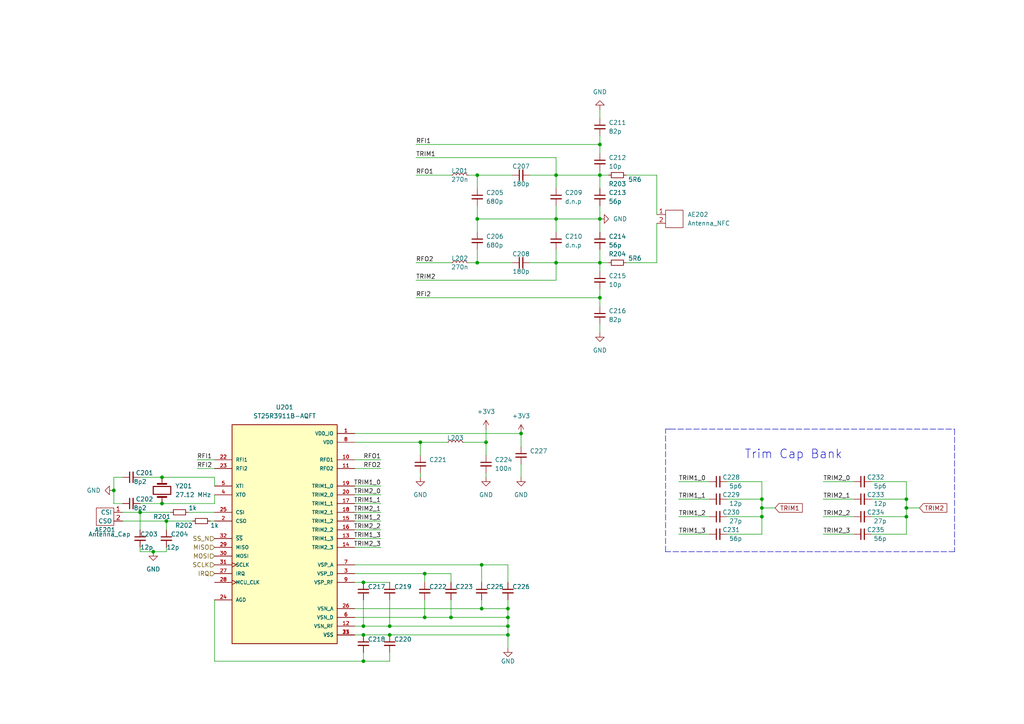
<source format=kicad_sch>
(kicad_sch (version 20211123) (generator eeschema)
  (paper "A4")
  (title_block (title "FabReader2") (date "2022-05-22") (rev "0.1") (company "RLKM UG (haftungsbeschränkt)") (comment 1 "Autoren: Joseph Langosch, Kai Kriegel"))
  (lib_symbols
    (symbol "Antenna_NFC:Antenna_Cap" (in_bom no)
      (property "Reference" "AE" (at 0 0 0))
      (property "Value" "Antenna_Cap" (at 0 2.54 0))
      (symbol "Antenna_Cap_0_1"
        (rectangle (start -1.27 -1.27) (end 3.81 -6.35))
      )
      (symbol "Antenna_Cap_1_1"
        (pin input line (at -3.81 -5.08 0) (length 2.54) (name "CSI") (number "1"))
        (pin input line (at -3.81 -2.54 0) (length 2.54) (name "CSO") (number "2"))
      )
    )
    (symbol "Antenna_NFC:Antenna_NFC" (in_bom no)
      (property "Reference" "AE" (at 0 0 0))
      (property "Value" "Antenna_NFC" (at 0 2.54 0))
      (symbol "Antenna_NFC_0_1"
        (rectangle (start 2.54 -7.62) (end -2.54 -2.54))
      )
      (symbol "Antenna_NFC_1_1"
        (pin input line (at -5.08 -3.81 0) (length 2.54) (name "") (number "1"))
        (pin input line (at -5.08 -6.35 0) (length 2.54) (name "") (number "2"))
      )
    )
    (symbol "Device:C_Small" (pin_numbers hide) (pin_names (offset 0.254) hide)
      (property "Reference" "C" (at 0.254 1.778 0))
      (property "Value" "C_Small" (at 0.254 -2.032 0))
      (symbol "C_Small_0_1"
        (polyline (pts (xy -1.524 -0.508) (xy 1.524 -0.508)) (stroke (width 0.3302)))
        (polyline (pts (xy -1.524 0.508) (xy 1.524 0.508)) (stroke (width 0.3048)))
      )
      (symbol "C_Small_1_1"
        (pin passive line (at 0 2.54 270) (length 2.032) (name "~") (number "1"))
        (pin passive line (at 0 -2.54 90) (length 2.032) (name "~") (number "2"))
      )
    )
    (symbol "Device:Crystal" (pin_numbers hide) (pin_names (offset 1.016) hide)
      (property "Reference" "Y" (at 0 3.81 0))
      (property "Value" "Crystal" (at 0 -3.81 0))
      (symbol "Crystal_0_1"
        (rectangle (start -1.143 2.54) (end 1.143 -2.54) (stroke (width 0.3048)))
        (polyline (pts (xy -2.54 0) (xy -1.905 0)))
        (polyline (pts (xy -1.905 -1.27) (xy -1.905 1.27)) (stroke (width 0.508)))
        (polyline (pts (xy 1.905 -1.27) (xy 1.905 1.27)) (stroke (width 0.508)))
        (polyline (pts (xy 2.54 0) (xy 1.905 0)))
      )
      (symbol "Crystal_1_1"
        (pin passive line (at -3.81 0 0) (length 1.27) (name "1") (number "1"))
        (pin passive line (at 3.81 0 180) (length 1.27) (name "2") (number "2"))
      )
    )
    (symbol "Device:L_Small" (pin_numbers hide) (pin_names (offset 0.254) hide)
      (property "Reference" "L" (at 0.762 1.016 0))
      (property "Value" "L_Small" (at 0.762 -1.016 0))
      (symbol "L_Small_0_1"
        (arc (start 0 -2.032) (mid 0.508 -1.524) (end 0 -1.016))
        (arc (start 0 -1.016) (mid 0.508 -0.508) (end 0 0))
        (arc (start 0 0) (mid 0.508 0.508) (end 0 1.016))
        (arc (start 0 1.016) (mid 0.508 1.524) (end 0 2.032))
      )
      (symbol "L_Small_1_1"
        (pin passive line (at 0 2.54 270) (length 0.508) (name "~") (number "1"))
        (pin passive line (at 0 -2.54 90) (length 0.508) (name "~") (number "2"))
      )
    )
    (symbol "Device:R_Small" (pin_numbers hide) (pin_names (offset 0.254) hide)
      (property "Reference" "R" (at 0.762 0.508 0))
      (property "Value" "R_Small" (at 0.762 -1.016 0))
      (symbol "R_Small_0_1"
        (rectangle (start -0.762 1.778) (end 0.762 -1.778) (stroke (width 0.2032)))
      )
      (symbol "R_Small_1_1"
        (pin passive line (at 0 2.54 270) (length 0.762) (name "~") (number "1"))
        (pin passive line (at 0 -2.54 90) (length 0.762) (name "~") (number "2"))
      )
    )
    (symbol "ST25R3911B-AQFT:ST25R3911B-AQFT" (pin_names (offset 1.016))
      (property "Reference" "U" (at -15.24 31.242 0))
      (property "Value" "ST25R3911B-AQFT" (at -15.24 -35.56 0))
      (symbol "ST25R3911B-AQFT_0_0"
        (rectangle (start -15.24 -33.02) (end 15.24 30.48) (stroke (width 0.254)) (fill (type background)))
        (pin power_in line (at 20.32 27.94 180) (length 5.08) (name "VDD_IO") (number "1"))
        (pin output line (at 20.32 20.32 180) (length 5.08) (name "RFO1") (number "10"))
        (pin output line (at 20.32 17.78 180) (length 5.08) (name "RFO2") (number "11"))
        (pin power_in line (at 20.32 -27.94 180) (length 5.08) (name "VSN_RF") (number "12"))
        (pin bidirectional line (at 20.32 -2.54 180) (length 5.08) (name "TRIM1_3") (number "13"))
        (pin bidirectional line (at 20.32 -5.08 180) (length 5.08) (name "TRIM2_3") (number "14"))
        (pin bidirectional line (at 20.32 2.54 180) (length 5.08) (name "TRIM1_2") (number "15"))
        (pin bidirectional line (at 20.32 0 180) (length 5.08) (name "TRIM2_2") (number "16"))
        (pin bidirectional line (at 20.32 7.62 180) (length 5.08) (name "TRIM1_1") (number "17"))
        (pin bidirectional line (at 20.32 5.08 180) (length 5.08) (name "TRIM2_1") (number "18"))
        (pin bidirectional line (at 20.32 12.7 180) (length 5.08) (name "TRIM1_0") (number "19"))
        (pin output line (at -20.32 2.54 0) (length 5.08) (name "CSO") (number "2"))
        (pin bidirectional line (at 20.32 10.16 180) (length 5.08) (name "TRIM2_0") (number "20"))
        (pin power_in line (at 20.32 -30.48 180) (length 5.08) (name "VSS") (number "21"))
        (pin input line (at -20.32 20.32 0) (length 5.08) (name "RFI1") (number "22"))
        (pin input line (at -20.32 17.78 0) (length 5.08) (name "RFI2") (number "23"))
        (pin bidirectional line (at -20.32 -20.32 0) (length 5.08) (name "AGD") (number "24"))
        (pin input line (at -20.32 5.08 0) (length 5.08) (name "CSI") (number "25"))
        (pin power_in line (at 20.32 -22.86 180) (length 5.08) (name "VSN_A") (number "26"))
        (pin output line (at -20.32 -12.7 0) (length 5.08) (name "IRQ") (number "27"))
        (pin output clock (at -20.32 -15.24 0) (length 5.08) (name "MCU_CLK") (number "28"))
        (pin output line (at -20.32 -5.08 0) (length 5.08) (name "MISO") (number "29"))
        (pin output line (at 20.32 -12.7 180) (length 5.08) (name "VSP_D") (number "3"))
        (pin input line (at -20.32 -7.62 0) (length 5.08) (name "MOSI") (number "30"))
        (pin input clock (at -20.32 -10.16 0) (length 5.08) (name "SCLK") (number "31"))
        (pin input line (at -20.32 -2.54 0) (length 5.08) (name "~{SS}") (number "32"))
        (pin power_in line (at 20.32 -30.48 180) (length 5.08) (name "VSS") (number "33"))
        (pin output line (at -20.32 10.16 0) (length 5.08) (name "XTO") (number "4"))
        (pin input line (at -20.32 12.7 0) (length 5.08) (name "XTI") (number "5"))
        (pin power_in line (at 20.32 -25.4 180) (length 5.08) (name "VSN_D") (number "6"))
        (pin output line (at 20.32 -10.16 180) (length 5.08) (name "VSP_A") (number "7"))
        (pin power_in line (at 20.32 25.4 180) (length 5.08) (name "VDD") (number "8"))
        (pin output line (at 20.32 -15.24 180) (length 5.08) (name "VSP_RF") (number "9"))
      )
    )
    (symbol "power:+3V3" (power) (pin_names (offset 0))
      (property "Value" "+3V3" (at 0 3.556 0))
      (symbol "+3V3_0_1"
        (polyline (pts (xy -0.762 1.27) (xy 0 2.54)))
        (polyline (pts (xy 0 0) (xy 0 2.54)))
        (polyline (pts (xy 0 2.54) (xy 0.762 1.27)))
      )
      (symbol "+3V3_1_1"
        (pin power_in line (at 0 0 90) (length 0) hide (name "+3V3") (number "1"))
      )
    )
    (symbol "power:GND" (power) (pin_names (offset 0))
      (property "Value" "GND" (at 0 -3.81 0))
      (symbol "GND_0_1"
        (polyline (pts (xy 0 0) (xy 0 -1.27) (xy 1.27 -1.27) (xy 0 -2.54) (xy -1.27 -1.27) (xy 0 -1.27)))
      )
      (symbol "GND_1_1"
        (pin power_in line (at 0 0 270) (length 0) hide (name "GND") (number "1"))
      )
    )
  )
  (junction (at 173.99 41.91))
  (junction (at 220.98 149.86))
  (junction (at 48.26 151.13))
  (junction (at 220.98 144.78))
  (junction (at 46.99 146.05))
  (junction (at 123.19 166.37))
  (junction (at 173.99 76.2))
  (junction (at 173.99 63.5))
  (junction (at 161.29 50.8))
  (junction (at 147.32 181.61))
  (junction (at 121.92 128.27))
  (junction (at 147.32 176.53))
  (junction (at 33.02 142.24))
  (junction (at 262.89 149.86))
  (junction (at 220.98 147.32))
  (junction (at 138.43 50.8))
  (junction (at 147.32 179.07))
  (junction (at 105.41 191.77))
  (junction (at 139.7 163.83))
  (junction (at 113.03 184.15))
  (junction (at 151.13 125.73))
  (junction (at 161.29 63.5))
  (junction (at 173.99 50.8))
  (junction (at 138.43 63.5))
  (junction (at 138.43 76.2))
  (junction (at 105.41 181.61))
  (junction (at 105.41 168.91))
  (junction (at 140.97 128.27))
  (junction (at 105.41 184.15))
  (junction (at 139.7 176.53))
  (junction (at 123.19 179.07))
  (junction (at 130.81 179.07))
  (junction (at 161.29 76.2))
  (junction (at 147.32 184.15))
  (junction (at 173.99 86.36))
  (junction (at 113.03 181.61))
  (junction (at 44.45 160.02))
  (junction (at 46.99 138.43))
  (junction (at 40.64 148.59))
  (junction (at 262.89 144.78))
  (junction (at 262.89 147.32))
  (wire (pts (xy 196.85 149.86) (xy 205.74 149.86)))
  (wire (pts (xy 54.61 148.59) (xy 62.23 148.59)))
  (wire (pts (xy 113.03 181.61) (xy 147.32 181.61)))
  (wire (pts (xy 262.89 144.78) (xy 262.89 139.7)))
  (wire (pts (xy 105.41 173.99) (xy 105.41 181.61)))
  (wire (pts (xy 210.82 149.86) (xy 220.98 149.86)))
  (wire (pts (xy 33.02 146.05) (xy 35.56 146.05)))
  (wire (pts (xy 110.49 146.05) (xy 102.87 146.05)))
  (wire (pts (xy 120.65 50.8) (xy 130.81 50.8)))
  (wire (pts (xy 161.29 76.2) (xy 173.99 76.2)))
  (wire (pts (xy 147.32 168.91) (xy 147.32 163.83)))
  (wire (pts (xy 238.76 149.86) (xy 247.65 149.86)))
  (wire (pts (xy 40.64 138.43) (xy 46.99 138.43)))
  (wire (pts (xy 110.49 156.21) (xy 102.87 156.21)))
  (wire (pts (xy 121.92 132.08) (xy 121.92 128.27)))
  (wire (pts (xy 130.81 179.07) (xy 147.32 179.07)))
  (wire (pts (xy 130.81 173.99) (xy 130.81 179.07)))
  (wire (pts (xy 173.99 39.37) (xy 173.99 41.91)))
  (wire (pts (xy 120.65 45.72) (xy 161.29 45.72)))
  (wire (pts (xy 138.43 76.2) (xy 148.59 76.2)))
  (wire (pts (xy 140.97 128.27) (xy 134.62 128.27)))
  (wire (pts (xy 220.98 147.32) (xy 224.79 147.32)))
  (wire (pts (xy 139.7 176.53) (xy 147.32 176.53)))
  (wire (pts (xy 35.56 148.59) (xy 40.64 148.59)))
  (wire (pts (xy 40.64 158.75) (xy 40.64 160.02)))
  (wire (pts (xy 102.87 168.91) (xy 105.41 168.91)))
  (wire (pts (xy 220.98 154.94) (xy 220.98 149.86)))
  (wire (pts (xy 147.32 173.99) (xy 147.32 176.53)))
  (wire (pts (xy 110.49 151.13) (xy 102.87 151.13)))
  (wire (pts (xy 151.13 134.62) (xy 151.13 138.43)))
  (wire (pts (xy 238.76 144.78) (xy 247.65 144.78)))
  (wire (pts (xy 138.43 63.5) (xy 161.29 63.5)))
  (wire (pts (xy 57.15 133.35) (xy 62.23 133.35)))
  (wire (pts (xy 252.73 154.94) (xy 262.89 154.94)))
  (wire (pts (xy 135.89 76.2) (xy 138.43 76.2)))
  (wire (pts (xy 33.02 138.43) (xy 35.56 138.43)))
  (wire (pts (xy 190.5 50.8) (xy 181.61 50.8)))
  (wire (pts (xy 153.67 50.8) (xy 161.29 50.8)))
  (wire (pts (xy 147.32 181.61) (xy 147.32 184.15)))
  (wire (pts (xy 140.97 132.08) (xy 140.97 128.27)))
  (wire (pts (xy 196.85 139.7) (xy 205.74 139.7)))
  (wire (pts (xy 151.13 129.54) (xy 151.13 125.73)))
  (wire (pts (xy 113.03 184.15) (xy 147.32 184.15)))
  (wire (pts (xy 138.43 50.8) (xy 138.43 54.61)))
  (wire (pts (xy 130.81 166.37) (xy 123.19 166.37)))
  (wire (pts (xy 161.29 50.8) (xy 161.29 54.61)))
  (wire (pts (xy 173.99 72.39) (xy 173.99 76.2)))
  (wire (pts (xy 190.5 64.77) (xy 190.5 76.2)))
  (wire (pts (xy 173.99 59.69) (xy 173.99 63.5)))
  (wire (pts (xy 123.19 179.07) (xy 130.81 179.07)))
  (wire (pts (xy 161.29 63.5) (xy 161.29 67.31)))
  (wire (pts (xy 113.03 191.77) (xy 105.41 191.77)))
  (wire (pts (xy 46.99 146.05) (xy 62.23 146.05)))
  (wire (pts (xy 262.89 154.94) (xy 262.89 149.86)))
  (wire (pts (xy 140.97 124.46) (xy 140.97 128.27)))
  (wire (pts (xy 48.26 151.13) (xy 55.88 151.13)))
  (wire (pts (xy 173.99 63.5) (xy 173.99 67.31)))
  (wire (pts (xy 102.87 179.07) (xy 123.19 179.07)))
  (wire (pts (xy 110.49 158.75) (xy 102.87 158.75)))
  (wire (pts (xy 130.81 168.91) (xy 130.81 166.37)))
  (wire (pts (xy 40.64 160.02) (xy 44.45 160.02)))
  (wire (pts (xy 173.99 50.8) (xy 173.99 49.53)))
  (wire (pts (xy 238.76 154.94) (xy 247.65 154.94)))
  (wire (pts (xy 140.97 137.16) (xy 140.97 138.43)))
  (wire (pts (xy 262.89 149.86) (xy 262.89 147.32)))
  (wire (pts (xy 102.87 176.53) (xy 139.7 176.53)))
  (wire (pts (xy 252.73 149.86) (xy 262.89 149.86)))
  (polyline (pts (xy 194.31 124.46) (xy 276.86 124.46)))
  (wire (pts (xy 173.99 50.8) (xy 173.99 54.61)))
  (polyline (pts (xy 276.86 160.02) (xy 193.04 160.02)))
  (polyline (pts (xy 276.86 124.46) (xy 276.86 160.02)))
  (wire (pts (xy 113.03 189.23) (xy 113.03 191.77)))
  (wire (pts (xy 262.89 139.7) (xy 252.73 139.7)))
  (wire (pts (xy 60.96 151.13) (xy 62.23 151.13)))
  (wire (pts (xy 176.53 76.2) (xy 173.99 76.2)))
  (wire (pts (xy 196.85 154.94) (xy 205.74 154.94)))
  (wire (pts (xy 173.99 86.36) (xy 173.99 88.9)))
  (wire (pts (xy 120.65 81.28) (xy 161.29 81.28)))
  (wire (pts (xy 102.87 184.15) (xy 105.41 184.15)))
  (wire (pts (xy 161.29 59.69) (xy 161.29 63.5)))
  (wire (pts (xy 105.41 181.61) (xy 113.03 181.61)))
  (wire (pts (xy 110.49 140.97) (xy 102.87 140.97)))
  (wire (pts (xy 161.29 76.2) (xy 161.29 81.28)))
  (wire (pts (xy 173.99 93.98) (xy 173.99 96.52)))
  (wire (pts (xy 238.76 139.7) (xy 247.65 139.7)))
  (wire (pts (xy 120.65 76.2) (xy 130.81 76.2)))
  (wire (pts (xy 62.23 191.77) (xy 62.23 173.99)))
  (wire (pts (xy 113.03 173.99) (xy 113.03 181.61)))
  (wire (pts (xy 40.64 148.59) (xy 40.64 153.67)))
  (wire (pts (xy 110.49 153.67) (xy 102.87 153.67)))
  (wire (pts (xy 220.98 149.86) (xy 220.98 147.32)))
  (wire (pts (xy 123.19 173.99) (xy 123.19 179.07)))
  (polyline (pts (xy 193.04 160.02) (xy 193.04 124.46)))
  (wire (pts (xy 62.23 146.05) (xy 62.23 143.51)))
  (wire (pts (xy 57.15 135.89) (xy 62.23 135.89)))
  (wire (pts (xy 102.87 133.35) (xy 110.49 133.35)))
  (wire (pts (xy 138.43 50.8) (xy 148.59 50.8)))
  (wire (pts (xy 262.89 147.32) (xy 262.89 144.78)))
  (wire (pts (xy 105.41 191.77) (xy 62.23 191.77)))
  (wire (pts (xy 33.02 142.24) (xy 33.02 146.05)))
  (wire (pts (xy 35.56 151.13) (xy 48.26 151.13)))
  (wire (pts (xy 102.87 181.61) (xy 105.41 181.61)))
  (wire (pts (xy 44.45 160.02) (xy 48.26 160.02)))
  (wire (pts (xy 210.82 144.78) (xy 220.98 144.78)))
  (wire (pts (xy 252.73 144.78) (xy 262.89 144.78)))
  (wire (pts (xy 173.99 41.91) (xy 173.99 44.45)))
  (wire (pts (xy 40.64 148.59) (xy 49.53 148.59)))
  (wire (pts (xy 153.67 76.2) (xy 161.29 76.2)))
  (wire (pts (xy 139.7 163.83) (xy 139.7 168.91)))
  (wire (pts (xy 161.29 72.39) (xy 161.29 76.2)))
  (wire (pts (xy 181.61 76.2) (xy 190.5 76.2)))
  (wire (pts (xy 135.89 50.8) (xy 138.43 50.8)))
  (wire (pts (xy 46.99 138.43) (xy 62.23 138.43)))
  (wire (pts (xy 105.41 189.23) (xy 105.41 191.77)))
  (wire (pts (xy 110.49 148.59) (xy 102.87 148.59)))
  (wire (pts (xy 105.41 184.15) (xy 113.03 184.15)))
  (wire (pts (xy 62.23 140.97) (xy 62.23 138.43)))
  (wire (pts (xy 33.02 138.43) (xy 33.02 142.24)))
  (wire (pts (xy 210.82 154.94) (xy 220.98 154.94)))
  (wire (pts (xy 196.85 144.78) (xy 205.74 144.78)))
  (wire (pts (xy 161.29 50.8) (xy 161.29 45.72)))
  (wire (pts (xy 147.32 163.83) (xy 139.7 163.83)))
  (wire (pts (xy 139.7 173.99) (xy 139.7 176.53)))
  (wire (pts (xy 120.65 41.91) (xy 173.99 41.91)))
  (wire (pts (xy 121.92 137.16) (xy 121.92 138.43)))
  (wire (pts (xy 161.29 50.8) (xy 173.99 50.8)))
  (wire (pts (xy 102.87 128.27) (xy 121.92 128.27)))
  (wire (pts (xy 102.87 166.37) (xy 123.19 166.37)))
  (wire (pts (xy 147.32 176.53) (xy 147.32 179.07)))
  (wire (pts (xy 173.99 31.75) (xy 173.99 34.29)))
  (wire (pts (xy 102.87 163.83) (xy 139.7 163.83)))
  (wire (pts (xy 220.98 139.7) (xy 210.82 139.7)))
  (wire (pts (xy 173.99 76.2) (xy 173.99 78.74)))
  (wire (pts (xy 110.49 143.51) (xy 102.87 143.51)))
  (wire (pts (xy 220.98 147.32) (xy 220.98 144.78)))
  (wire (pts (xy 102.87 135.89) (xy 110.49 135.89)))
  (wire (pts (xy 138.43 63.5) (xy 138.43 67.31)))
  (wire (pts (xy 121.92 128.27) (xy 129.54 128.27)))
  (wire (pts (xy 190.5 50.8) (xy 190.5 62.23)))
  (wire (pts (xy 138.43 72.39) (xy 138.43 76.2)))
  (wire (pts (xy 147.32 184.15) (xy 147.32 187.96)))
  (wire (pts (xy 176.53 50.8) (xy 173.99 50.8)))
  (wire (pts (xy 105.41 168.91) (xy 113.03 168.91)))
  (wire (pts (xy 120.65 86.36) (xy 173.99 86.36)))
  (wire (pts (xy 220.98 144.78) (xy 220.98 139.7)))
  (wire (pts (xy 123.19 168.91) (xy 123.19 166.37)))
  (wire (pts (xy 173.99 83.82) (xy 173.99 86.36)))
  (wire (pts (xy 48.26 160.02) (xy 48.26 158.75)))
  (wire (pts (xy 147.32 179.07) (xy 147.32 181.61)))
  (wire (pts (xy 40.64 146.05) (xy 46.99 146.05)))
  (polyline (pts (xy 193.04 124.46) (xy 194.31 124.46)))
  (wire (pts (xy 262.89 147.32) (xy 266.7 147.32)))
  (wire (pts (xy 138.43 59.69) (xy 138.43 63.5)))
  (wire (pts (xy 48.26 153.67) (xy 48.26 151.13)))
  (wire (pts (xy 102.87 125.73) (xy 151.13 125.73)))
  (wire (pts (xy 161.29 63.5) (xy 173.99 63.5)))
  (text "Trim Cap Bank\n" (at 215.9 133.35 0) (effects (font (size 2.54 2.54)) (justify left bottom)))
  (label "TRIM1_2" (at 110.49 151.13 180))
  (label "RFO1" (at 110.49 133.35 180))
  (label "TRIM1_3" (at 196.85 154.94 0))
  (label "TRIM2_0" (at 238.76 139.7 0))
  (label "TRIM1" (at 120.65 45.72 0))
  (label "RFI2" (at 120.65 86.36 0))
  (label "TRIM2_1" (at 110.49 148.59 180))
  (label "TRIM2_3" (at 110.49 158.75 180))
  (label "TRIM1_0" (at 110.49 140.97 180))
  (label "TRIM2_3" (at 238.76 154.94 0))
  (label "TRIM1_1" (at 110.49 146.05 180))
  (label "TRIM1_0" (at 196.85 139.7 0))
  (label "RFI1" (at 120.65 41.91 0))
  (label "RFI2" (at 57.15 135.89 0))
  (label "TRIM2_0" (at 110.49 143.51 180))
  (label "TRIM1_3" (at 110.49 156.21 180))
  (label "TRIM1_1" (at 196.85 144.78 0))
  (label "RFO1" (at 120.65 50.8 0))
  (label "TRIM2_1" (at 238.76 144.78 0))
  (label "TRIM1_2" (at 196.85 149.86 0))
  (label "TRIM2_2" (at 110.49 153.67 180))
  (label "RFO2" (at 110.49 135.89 180))
  (label "RFI1" (at 57.15 133.35 0))
  (label "TRIM2" (at 120.65 81.28 0))
  (label "RFO2" (at 120.65 76.2 0))
  (label "TRIM2_2" (at 238.76 149.86 0))
  (global_label "TRIM2" (shape input) (at 266.7 147.32 0) (property "Intersheet References" "${INTERSHEET_REFS}" (effects hide)))
  (global_label "TRIM1" (shape input) (at 224.79 147.32 0) (property "Intersheet References" "${INTERSHEET_REFS}" (effects hide)))
  (hierarchical_label "SCLK" (shape input) (at 62.23 163.83 180))
  (hierarchical_label "IRQ" (shape input) (at 62.23 166.37 180))
  (hierarchical_label "MOSI" (shape input) (at 62.23 161.29 180))
  (hierarchical_label "SS_N" (shape input) (at 62.23 156.21 180))
  (hierarchical_label "MISO" (shape input) (at 62.23 158.75 180))
  (symbol (lib_id "Device:C_Small") (at 173.99 46.99 0) (unit 1)
    (property "Reference" "C212" (at 176.53 45.7262 0) (effects (justify left)))
    (property "Value" "10p" (at 176.53 48.2662 0) (effects (justify left)))
    (property "Footprint" "Capacitor_SMD:C_0603_1608Metric" (effects hide))
  )
  (symbol (lib_id "Device:C_Small") (at 38.1 138.43 90) (unit 1)
    (property "Reference" "C201" (at 41.91 137.16 90))
    (property "Value" "8p2" (at 40.64 139.7 90))
    (property "Footprint" "Capacitor_SMD:C_0402_1005Metric" (effects hide))
  )
  (symbol (lib_id "power:GND") (at 173.99 63.5 90) (unit 1)
    (property "Reference" "#PWR0204" (effects hide))
    (property "Value" "GND" (at 177.8 63.4999 90) (effects (justify right)))
  )
  (symbol (lib_id "Device:C_Small") (at 139.7 171.45 0) (unit 1)
    (property "Reference" "C225" (at 140.97 170.18 0) (effects (justify left)))
    (property "Type" "X7R" (effects hide))
  )
  (symbol (lib_id "Device:C_Small") (at 123.19 171.45 0) (unit 1)
    (property "Reference" "C222" (at 124.46 170.18 0) (effects (justify left)))
    (property "Type" "X7R" (effects hide))
  )
  (symbol (lib_id "power:GND") (at 44.45 160.02 0) (unit 1)
    (property "Reference" "#PWR0202" (effects hide))
    (property "Value" "GND" (at 44.45 165.1 0))
  )
  (symbol (lib_id "Device:C_Small") (at 151.13 50.8 90) (unit 1)
    (property "Reference" "C207" (at 151.13 48.26 90))
    (property "Value" "180p" (at 151.13 53.34 90))
    (property "Footprint" "Capacitor_SMD:C_0603_1608Metric" (effects hide))
  )
  (symbol (lib_id "Device:C_Small") (at 147.32 171.45 0) (unit 1)
    (property "Reference" "C226" (at 148.59 170.18 0) (effects (justify left)))
    (property "Type" "X5R" (effects hide))
  )
  (symbol (lib_id "Device:C_Small") (at 138.43 57.15 0) (unit 1)
    (property "Reference" "C205" (at 140.97 55.8862 0) (effects (justify left)))
    (property "Value" "680p" (at 140.97 58.4262 0) (effects (justify left)))
    (property "Footprint" "Capacitor_SMD:C_0603_1608Metric" (effects hide))
  )
  (symbol (lib_id "Device:C_Small") (at 121.92 134.62 0) (unit 1)
    (property "Reference" "C221" (at 124.46 133.3562 0) (effects (justify left)))
    (property "Type" "X5R" (effects hide))
  )
  (symbol (lib_id "Device:C_Small") (at 151.13 76.2 90) (unit 1)
    (property "Reference" "C208" (at 151.13 73.66 90))
    (property "Value" "180p" (at 151.13 78.74 90))
    (property "Footprint" "Capacitor_SMD:C_0603_1608Metric" (effects hide))
  )
  (symbol (lib_id "power:GND") (at 151.13 138.43 0) (unit 1)
    (property "Reference" "#PWR0210" (effects hide))
  )
  (symbol (lib_id "Device:C_Small") (at 113.03 186.69 0) (unit 1)
    (property "Reference" "C220" (at 114.3 185.42 0) (effects (justify left)))
    (property "Type" "X5R" (effects hide))
  )
  (symbol (lib_id "Device:C_Small") (at 105.41 186.69 0) (unit 1)
    (property "Reference" "C218" (at 106.68 185.42 0) (effects (justify left)))
    (property "Type" "X7R" (effects hide))
  )
  (symbol (lib_id "Device:R_Small") (at 179.07 50.8 90) (unit 1)
    (property "Reference" "R203" (at 179.07 53.34 90))
    (property "Value" "5R6" (at 184.15 52.07 90))
    (property "Footprint" "Resistor_SMD:R_0603_1608Metric" (effects hide))
  )
  (symbol (lib_id "Device:C_Small") (at 208.28 144.78 90) (unit 1)
    (property "Reference" "C229" (at 212.09 143.51 90))
    (property "Value" "12p" (at 213.36 146.05 90))
    (property "Footprint" "Capacitor_SMD:C_0402_1005Metric" (effects hide))
  )
  (symbol (lib_id "Device:C_Small") (at 138.43 69.85 0) (unit 1)
    (property "Reference" "C206" (at 140.97 68.5862 0) (effects (justify left)))
    (property "Value" "680p" (at 140.97 71.1262 0) (effects (justify left)))
    (property "Footprint" "Capacitor_SMD:C_0603_1608Metric" (effects hide))
  )
  (symbol (lib_id "power:GND") (at 33.02 142.24 270) (unit 1)
    (property "Reference" "#PWR0201" (effects hide))
    (property "Value" "GND" (at 29.21 142.2399 90) (effects (justify right)))
  )
  (symbol (lib_id "Device:C_Small") (at 140.97 134.62 0) (unit 1)
    (property "Reference" "C224" (at 143.51 133.3562 0) (effects (justify left)))
    (property "Value" "100n" (at 143.51 135.8962 0) (effects (justify left)))
    (property "Type" "X7R" (effects hide))
  )
  (symbol (lib_id "power:GND") (at 173.99 96.52 0) (unit 1)
    (property "Reference" "#PWR0205" (effects hide))
    (property "Value" "GND" (at 173.99 101.6 0))
  )
  (symbol (lib_id "Device:C_Small") (at 151.13 132.08 0) (unit 1)
    (property "Reference" "C227" (at 153.67 130.8162 0) (effects (justify left)))
    (property "Type" "X7R" (effects hide))
  )
  (symbol (lib_id "Device:C_Small") (at 208.28 154.94 90) (unit 1)
    (property "Reference" "C231" (at 212.09 153.67 90))
    (property "Value" "56p" (at 213.36 156.21 90))
    (property "Footprint" "Capacitor_SMD:C_0402_1005Metric" (effects hide))
  )
  (symbol (lib_id "Device:C_Small") (at 113.03 171.45 0) (unit 1)
    (property "Reference" "C219" (at 114.3 170.18 0) (effects (justify left)))
    (property "Type" "X5R" (effects hide))
  )
  (symbol (lib_id "Device:C_Small") (at 38.1 146.05 90) (unit 1)
    (property "Reference" "C202" (at 41.91 144.78 90))
    (property "Value" "8p2" (at 40.64 147.32 90))
    (property "Footprint" "Capacitor_SMD:C_0402_1005Metric" (effects hide))
  )
  (symbol (lib_id "Device:L_Small") (at 133.35 76.2 90) (unit 1)
    (property "Reference" "L202" (at 133.35 74.93 90))
    (property "Value" "270n" (at 133.35 77.47 90))
    (property "Footprint" "Inductor_SMD:L_0603_1608Metric" (effects hide))
  )
  (symbol (lib_id "power:+3V3") (at 140.97 124.46 0) (unit 1)
    (property "Reference" "#PWR?" (effects hide))
  )
  (symbol (lib_id "Device:L_Small") (at 133.35 50.8 90) (unit 1)
    (property "Reference" "L201" (at 133.35 49.53 90))
    (property "Value" "270n" (at 133.35 52.07 90))
    (property "Footprint" "Inductor_SMD:L_0603_1608Metric" (effects hide))
  )
  (symbol (lib_id "Device:C_Small") (at 173.99 91.44 0) (unit 1)
    (property "Reference" "C216" (at 176.53 90.1762 0) (effects (justify left)))
    (property "Value" "82p" (at 176.53 92.7162 0) (effects (justify left)))
    (property "Footprint" "Capacitor_SMD:C_0603_1608Metric" (effects hide))
  )
  (symbol (lib_id "Device:C_Small") (at 130.81 171.45 0) (unit 1)
    (property "Reference" "C223" (at 132.08 170.18 0) (effects (justify left)))
    (property "Type" "X5R" (effects hide))
  )
  (symbol (lib_id "Device:C_Small") (at 250.19 144.78 90) (unit 1)
    (property "Reference" "C233" (at 254 143.51 90))
    (property "Value" "12p" (at 255.27 146.05 90))
    (property "Footprint" "Capacitor_SMD:C_0402_1005Metric" (effects hide))
  )
  (symbol (lib_id "Antenna_NFC:Antenna_NFC") (at 195.58 58.42 0) (unit 1) (in_bom no)
    (property "Reference" "AE202" (at 199.39 62.2299 0) (effects (justify left)))
    (property "Value" "Antenna_NFC" (at 199.39 64.7699 0) (effects (justify left)))
    (property "Footprint" "Antenna:Antenna_NFC" (effects hide))
  )
  (symbol (lib_id "Device:C_Small") (at 250.19 149.86 90) (unit 1)
    (property "Reference" "C234" (at 254 148.59 90))
    (property "Value" "27p" (at 255.27 151.13 90))
    (property "Footprint" "Capacitor_SMD:C_0402_1005Metric" (effects hide))
  )
  (symbol (lib_id "Device:L_Small") (at 132.08 128.27 90) (unit 1)
    (property "Reference" "L203" (at 132.08 127 90))
  )
  (symbol (lib_id "power:GND") (at 121.92 138.43 0) (unit 1)
    (property "Reference" "#PWR0206" (effects hide))
    (property "Value" "GND" (at 121.92 143.51 0))
  )
  (symbol (lib_id "Device:C_Small") (at 173.99 57.15 0) (unit 1)
    (property "Reference" "C213" (at 176.53 55.8862 0) (effects (justify left)))
    (property "Value" "56p" (at 176.53 58.4262 0) (effects (justify left)))
    (property "Footprint" "Capacitor_SMD:C_0603_1608Metric" (effects hide))
  )
  (symbol (lib_id "power:GND") (at 147.32 187.96 0) (unit 1)
    (property "Reference" "#PWR0208" (effects hide))
    (property "Value" "GND" (at 147.32 191.77 0))
  )
  (symbol (lib_id "Device:C_Small") (at 161.29 57.15 0) (unit 1)
    (property "Reference" "C209" (at 163.83 55.8862 0) (effects (justify left)))
    (property "Value" "d.n.p" (at 163.83 58.4262 0) (effects (justify left)))
    (property "Footprint" "Capacitor_SMD:C_0603_1608Metric" (effects hide))
  )
  (symbol (lib_id "Device:C_Small") (at 40.64 156.21 0) (unit 1)
    (property "Reference" "C203" (at 40.64 154.94 0) (effects (justify left)))
    (property "Value" "12p" (at 40.64 158.75 0) (effects (justify left)))
    (property "Footprint" "Capacitor_SMD:C_0402_1005Metric" (effects hide))
  )
  (symbol (lib_id "Device:C_Small") (at 250.19 154.94 90) (unit 1)
    (property "Reference" "C235" (at 254 153.67 90))
    (property "Value" "56p" (at 255.27 156.21 90))
    (property "Footprint" "Capacitor_SMD:C_0402_1005Metric" (effects hide))
  )
  (symbol (lib_id "Antenna_NFC:Antenna_Cap") (at 31.75 153.67 180) (unit 1) (in_bom no)
    (property "Reference" "AE201" (at 30.48 153.67 0))
    (property "Value" "Antenna_Cap" (at 31.75 154.94 0))
    (property "Footprint" "Antenna:Antenna_Cap" (effects hide))
  )
  (symbol (lib_id "power:GND") (at 140.97 138.43 0) (unit 1)
    (property "Reference" "#PWR0207" (effects hide))
    (property "Value" "GND" (at 140.97 143.51 0))
  )
  (symbol (lib_id "Device:C_Small") (at 250.19 139.7 90) (unit 1)
    (property "Reference" "C232" (at 254 138.43 90))
    (property "Value" "5p6" (at 255.27 140.97 90))
    (property "Footprint" "Capacitor_SMD:C_0402_1005Metric" (effects hide))
  )
  (symbol (lib_id "Device:Crystal") (at 46.99 142.24 90) (unit 1)
    (property "Reference" "Y201" (at 50.8 140.9699 90) (effects (justify right)))
    (property "Value" "27.12 MHz" (at 50.8 143.5099 90) (effects (justify right)))
    (property "Footprint" "footprints:XRCGB27M120F3M00R0" (effects hide))
  )
  (symbol (lib_id "Device:C_Small") (at 173.99 69.85 0) (unit 1)
    (property "Reference" "C214" (at 176.53 68.5862 0) (effects (justify left)))
    (property "Value" "56p" (at 176.53 71.12 0) (effects (justify left)))
    (property "Footprint" "Capacitor_SMD:C_0603_1608Metric" (effects hide))
  )
  (symbol (lib_id "Device:R_Small") (at 179.07 76.2 90) (unit 1)
    (property "Reference" "R204" (at 179.07 73.66 90))
    (property "Value" "5R6" (at 184.15 74.93 90))
    (property "Footprint" "Resistor_SMD:R_0603_1608Metric" (effects hide))
  )
  (symbol (lib_id "Device:C_Small") (at 161.29 69.85 0) (unit 1)
    (property "Reference" "C210" (at 163.83 68.5862 0) (effects (justify left)))
    (property "Value" "d.n.p" (at 163.83 71.1262 0) (effects (justify left)))
    (property "Footprint" "Capacitor_SMD:C_0603_1608Metric" (effects hide))
  )
  (symbol (lib_id "Device:C_Small") (at 208.28 139.7 90) (unit 1)
    (property "Reference" "C228" (at 212.09 138.43 90))
    (property "Value" "5p6" (at 213.36 140.97 90))
    (property "Footprint" "Capacitor_SMD:C_0402_1005Metric" (effects hide))
  )
  (symbol (lib_id "Device:C_Small") (at 208.28 149.86 90) (unit 1)
    (property "Reference" "C230" (at 212.09 148.59 90))
    (property "Value" "27p" (at 213.36 151.13 90))
    (property "Footprint" "Capacitor_SMD:C_0402_1005Metric" (effects hide))
  )
  (symbol (lib_id "Device:C_Small") (at 48.26 156.21 0) (unit 1)
    (property "Reference" "C204" (at 49.53 154.94 0) (effects (justify left)))
    (property "Value" "12p" (at 48.26 158.75 0) (effects (justify left)))
    (property "Footprint" "Capacitor_SMD:C_0402_1005Metric" (effects hide))
  )
  (symbol (lib_id "Device:C_Small") (at 173.99 36.83 0) (unit 1)
    (property "Reference" "C211" (at 176.53 35.5662 0) (effects (justify left)))
    (property "Value" "82p" (at 176.53 38.1062 0) (effects (justify left)))
    (property "Footprint" "Capacitor_SMD:C_0603_1608Metric" (effects hide))
  )
  (symbol (lib_id "ST25R3911B-AQFT:ST25R3911B-AQFT") (at 82.55 153.67 0) (unit 1)
    (property "Reference" "U201" (at 82.55 118.11 0))
    (property "Value" "ST25R3911B-AQFT" (at 82.55 120.65 0))
    (property "Footprint" "ST25R3911B-AQFT:QFN50P500X500X100-33N" (effects hide))
    (property "E_MAX" "5.0" (effects hide))
    (property "B_MIN" "0.18" (effects hide))
    (property "E_MIN" "5.0" (effects hide))
    (property "L_MIN" "0.3" (effects hide))
    (property "PARTREV" "6" (effects hide))
    (property "B_MAX" "0.3" (effects hide))
    (property "MANUFACTURER" "ST Microelectronics" (effects hide))
    (property "D_MAX" "5.0" (effects hide))
    (property "PIN_COUNT_D" "8.0" (effects hide))
    (property "L_NOM" "0.4" (effects hide))
    (property "E2_NOM" "3.5" (effects hide))
    (property "STANDARD" "IPC 7351B" (effects hide))
    (property "D2_NOM" "3.5" (effects hide))
    (property "L_MAX" "0.5" (effects hide))
    (property "D_NOM" "5.0" (effects hide))
    (property "ENOM" "0.5" (effects hide))
    (property "PIN_COUNT_E" "8.0" (effects hide))
    (property "D_MIN" "5.0" (effects hide))
    (property "E_NOM" "5.0" (effects hide))
    (property "A_MAX" "1.0" (effects hide))
    (property "B_NOM" "0.24" (effects hide))
  )
  (symbol (lib_id "Device:C_Small") (at 105.41 171.45 0) (unit 1)
    (property "Reference" "C217" (at 106.68 170.18 0) (effects (justify left)))
    (property "Type" "X7R" (effects hide))
  )
  (symbol (lib_id "power:+3V3") (at 151.13 125.73 0) (unit 1)
    (property "Reference" "#PWR0209" (effects hide))
  )
  (symbol (lib_id "power:GND") (at 173.99 31.75 180) (unit 1)
    (property "Reference" "#PWR0203" (effects hide))
    (property "Value" "GND" (at 173.99 26.67 0))
  )
  (symbol (lib_id "Device:R_Small") (at 58.42 151.13 90) (unit 1)
    (property "Reference" "R202" (at 53.34 152.4 90))
    (property "Value" "1k" (at 62.23 152.4 90))
    (property "Footprint" "Resistor_SMD:R_0402_1005Metric" (effects hide))
  )
  (symbol (lib_id "Device:C_Small") (at 173.99 81.28 0) (unit 1)
    (property "Reference" "C215" (at 176.53 80.0162 0) (effects (justify left)))
    (property "Value" "10p" (at 176.53 82.5562 0) (effects (justify left)))
    (property "Footprint" "Capacitor_SMD:C_0603_1608Metric" (effects hide))
  )
  (symbol (lib_id "Device:R_Small") (at 52.07 148.59 90) (unit 1)
    (property "Reference" "R201" (at 46.99 149.86 90))
    (property "Value" "1k" (at 55.88 147.32 90))
    (property "Footprint" "Resistor_SMD:R_0402_1005Metric" (effects hide))
  )
)
</source>
